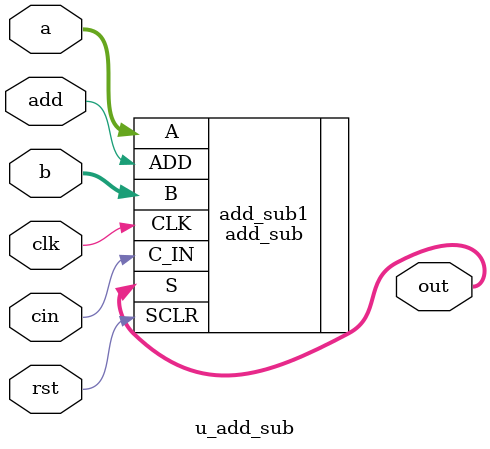
<source format=sv>
/*
    Unsigned Adder/Subtractor
    - Output width would be one larger than input to support cout
*/

module u_add_sub
#(
    parameter WIDTH = 32
) (
    input logic clk,
    input logic rst,

    input logic [WIDTH-1:0] a,
    input logic [WIDTH-1:0] b,
    input logic add,
    input logic cin,
    output logic [WIDTH:0] out
);
`ifdef SYNTHESIS
    add_sub add_sub1 (
        .A(a),          // input wire [31 : 0] A
        .B(b),          // input wire [31 : 0] B
        .CLK(clk),      // input wire CLK
        .ADD(add),      // input wire ADD
        .C_IN(cin),     // input wire C_IN
        .SCLR(rst),     // input wire SCLR
        .S(out)         // output wire [32 : 0] S
    );
`else
    always_ff @(posedge clk) begin
        if (rst) begin
            out <= '0;
        end else begin
            if (add) begin
                out <= {1'b0, a} + {1'b0, b} + {{(WIDTH-1){1'b0}}, cin};
            end else begin
                out <= {1'b0, a} - {1'b0, b};
            end
        end
    end
`endif
endmodule

</source>
